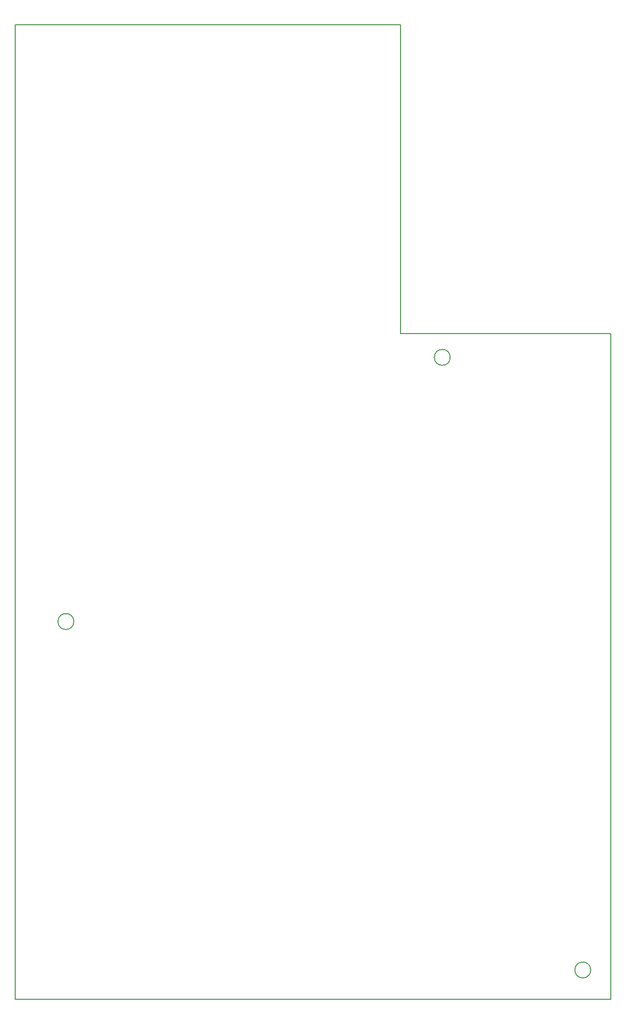
<source format=gbr>
%TF.GenerationSoftware,KiCad,Pcbnew,(2017-11-10 revision d8f4e35)-HEAD*%
%TF.CreationDate,2017-12-06T14:29:51-08:00*%
%TF.ProjectId,shield_pcb,736869656C645F7063622E6B69636164,rev?*%
%TF.SameCoordinates,Original*%
%TF.FileFunction,Profile,NP*%
%FSLAX46Y46*%
G04 Gerber Fmt 4.6, Leading zero omitted, Abs format (unit mm)*
G04 Created by KiCad (PCBNEW (2017-11-10 revision d8f4e35)-HEAD) date Wed Dec  6 14:29:51 2017*
%MOMM*%
%LPD*%
G01*
G04 APERTURE LIST*
%ADD10C,0.150000*%
G04 APERTURE END LIST*
D10*
X54414214Y-123000000D02*
G75*
G03X54414214Y-123000000I-1414214J0D01*
G01*
X121414214Y-76000000D02*
G75*
G03X121414214Y-76000000I-1414214J0D01*
G01*
X146414214Y-185000000D02*
G75*
G03X146414214Y-185000000I-1414214J0D01*
G01*
X150000000Y-71800000D02*
X150000000Y-190200000D01*
X112600000Y-71800000D02*
X150000000Y-71800000D01*
X44000000Y-190200000D02*
X44000000Y-16800000D01*
X112600000Y-71800000D02*
X112600000Y-16800000D01*
X112600000Y-16800000D02*
X44000000Y-16800000D01*
X44000000Y-190200000D02*
X150000000Y-190200000D01*
M02*

</source>
